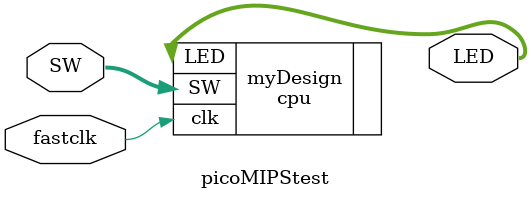
<source format=sv>
module picoMIPStest(
  input logic fastclk,  // 50MHz Altera DE0 clock
  input logic [9:0] SW, // Switches SW0..SW9 One of these is used for the reset signal 
  output logic [7:0] LED); // LEDs
  
 //logic clk; // slow clock, about 10Hz
  
  //counter c (.fastclk(fastclk),.clk(clk)); // slow clk from counter
  
  // to obtain the cost figure, synthesise your design without the counter 
  // and the picoMIPS4test module using Cyclone IV E as target
  // and make a note of the synthesis statistics
  cpu myDesign (.clk(fastclk),.SW(SW),.LED(LED));
  
endmodule  

</source>
